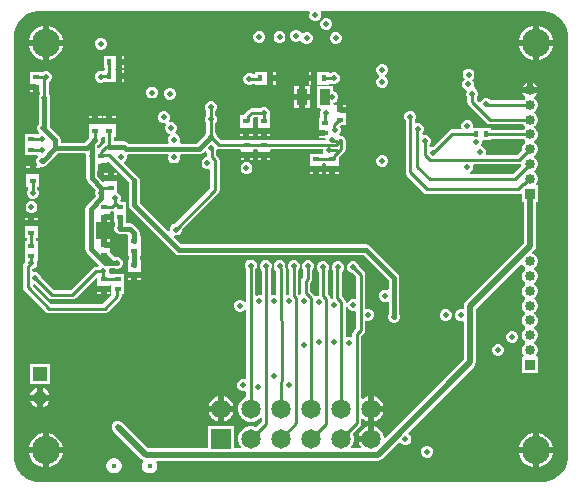
<source format=gbl>
G04*
G04 #@! TF.GenerationSoftware,Altium Limited,Altium Designer,24.6.1 (21)*
G04*
G04 Layer_Physical_Order=6*
G04 Layer_Color=16711680*
%FSLAX25Y25*%
%MOIN*%
G70*
G04*
G04 #@! TF.SameCoordinates,3DD0ABC2-3CA6-46D2-8A5F-DA2E5A85CC7D*
G04*
G04*
G04 #@! TF.FilePolarity,Positive*
G04*
G01*
G75*
%ADD19R,0.01378X0.02165*%
%ADD20R,0.02165X0.01378*%
%ADD55R,0.06500X0.06500*%
%ADD56C,0.06500*%
%ADD60C,0.01000*%
%ADD61C,0.01500*%
%ADD63C,0.02000*%
%ADD65C,0.09449*%
%ADD66R,0.04724X0.04724*%
%ADD67C,0.04724*%
%ADD68C,0.01772*%
%ADD69C,0.03347*%
%ADD70R,0.03347X0.03347*%
%ADD71C,0.01968*%
%ADD72R,0.03347X0.05315*%
G36*
X232835Y224842D02*
X234407Y224191D01*
X235822Y223245D01*
X237025Y222042D01*
X237970Y220627D01*
X238621Y219055D01*
X238953Y217386D01*
Y216535D01*
X238953Y76772D01*
X238953Y75921D01*
X238621Y74252D01*
X237970Y72680D01*
X237025Y71265D01*
X235822Y70062D01*
X234407Y69116D01*
X232835Y68465D01*
X231166Y68133D01*
X62141D01*
X60472Y68465D01*
X58900Y69116D01*
X57486Y70062D01*
X56282Y71265D01*
X55337Y72680D01*
X54686Y74252D01*
X54354Y75921D01*
Y76772D01*
X54354Y216535D01*
Y217386D01*
X54686Y219055D01*
X55337Y220627D01*
X56282Y222042D01*
X57486Y223245D01*
X58900Y224191D01*
X60472Y224842D01*
X62141Y225174D01*
X62992Y225174D01*
X152817D01*
X153070Y224674D01*
X152839Y224115D01*
Y223326D01*
X153141Y222597D01*
X153699Y222038D01*
X154428Y221736D01*
X155218D01*
X155947Y222038D01*
X156505Y222597D01*
X156807Y223326D01*
Y224115D01*
X156576Y224674D01*
X156829Y225174D01*
X231166D01*
X232835Y224842D01*
D02*
G37*
%LPC*%
G36*
X158859Y222850D02*
X158070D01*
X157341Y222548D01*
X156782Y221990D01*
X156480Y221261D01*
Y220472D01*
X156782Y219742D01*
X157341Y219184D01*
X158070Y218882D01*
X158859D01*
X159589Y219184D01*
X160147Y219742D01*
X160449Y220472D01*
Y221261D01*
X160147Y221990D01*
X159589Y222548D01*
X158859Y222850D01*
D02*
G37*
G36*
X229346Y220225D02*
Y215567D01*
X234005D01*
X233681Y216776D01*
X232927Y218082D01*
X231861Y219148D01*
X230556Y219901D01*
X229346Y220225D01*
D02*
G37*
G36*
X227346D02*
X226137Y219901D01*
X224832Y219148D01*
X223766Y218082D01*
X223012Y216776D01*
X222688Y215567D01*
X227346D01*
Y220225D01*
D02*
G37*
G36*
X65961D02*
Y215567D01*
X70619D01*
X70295Y216776D01*
X69541Y218082D01*
X68476Y219148D01*
X67170Y219901D01*
X65961Y220225D01*
D02*
G37*
G36*
X63961D02*
X62751Y219901D01*
X61446Y219148D01*
X60380Y218082D01*
X59626Y216776D01*
X59302Y215567D01*
X63961D01*
Y220225D01*
D02*
G37*
G36*
X143308Y218520D02*
X142519D01*
X141789Y218218D01*
X141231Y217659D01*
X140929Y216930D01*
Y216141D01*
X141231Y215411D01*
X141789Y214853D01*
X142519Y214551D01*
X143308D01*
X144037Y214853D01*
X144596Y215411D01*
X144898Y216141D01*
Y216930D01*
X144596Y217659D01*
X144037Y218218D01*
X143308Y218520D01*
D02*
G37*
G36*
X136615D02*
X135826D01*
X135097Y218218D01*
X134538Y217659D01*
X134236Y216930D01*
Y216141D01*
X134538Y215411D01*
X135097Y214853D01*
X135826Y214551D01*
X136615D01*
X137345Y214853D01*
X137903Y215411D01*
X138205Y216141D01*
Y216930D01*
X137903Y217659D01*
X137345Y218218D01*
X136615Y218520D01*
D02*
G37*
G36*
X162009Y218224D02*
X161220D01*
X160490Y217922D01*
X159932Y217364D01*
X159630Y216635D01*
Y215845D01*
X159932Y215116D01*
X160490Y214558D01*
X161220Y214256D01*
X162009D01*
X162738Y214558D01*
X163296Y215116D01*
X163598Y215845D01*
Y216635D01*
X163296Y217364D01*
X162738Y217922D01*
X162009Y218224D01*
D02*
G37*
G36*
X148820Y218913D02*
X148030D01*
X147301Y218611D01*
X146743Y218053D01*
X146441Y217324D01*
Y216534D01*
X146743Y215805D01*
X147301Y215247D01*
X148030Y214945D01*
X148820D01*
X149549Y215247D01*
X149685Y215383D01*
X150175Y215285D01*
X150286Y215018D01*
X150845Y214460D01*
X151574Y214158D01*
X152363D01*
X153093Y214460D01*
X153651Y215018D01*
X153953Y215747D01*
Y216536D01*
X153651Y217266D01*
X153093Y217824D01*
X152363Y218126D01*
X151574D01*
X150845Y217824D01*
X150709Y217688D01*
X150218Y217786D01*
X150107Y218053D01*
X149549Y218611D01*
X148820Y218913D01*
D02*
G37*
G36*
X83662Y216256D02*
X82873D01*
X82144Y215954D01*
X81586Y215396D01*
X81283Y214666D01*
Y213877D01*
X81586Y213148D01*
X82144Y212590D01*
X82873Y212287D01*
X83662D01*
X84392Y212590D01*
X84950Y213148D01*
X85252Y213877D01*
Y214666D01*
X84950Y215396D01*
X84392Y215954D01*
X83662Y216256D01*
D02*
G37*
G36*
X90488Y210350D02*
Y209268D01*
X91177D01*
Y210350D01*
X90488D01*
D02*
G37*
G36*
X234005Y213567D02*
X229346D01*
Y208909D01*
X230556Y209233D01*
X231861Y209986D01*
X232927Y211052D01*
X233681Y212357D01*
X234005Y213567D01*
D02*
G37*
G36*
X227346D02*
X222688D01*
X223012Y212357D01*
X223766Y211052D01*
X224832Y209986D01*
X226137Y209233D01*
X227346Y208909D01*
Y213567D01*
D02*
G37*
G36*
X70619D02*
X65961D01*
Y208909D01*
X67170Y209233D01*
X68476Y209986D01*
X69541Y211052D01*
X70295Y212357D01*
X70619Y213567D01*
D02*
G37*
G36*
X63961D02*
X59302D01*
X59626Y212357D01*
X60380Y211052D01*
X61446Y209986D01*
X62751Y209233D01*
X63961Y208909D01*
Y213567D01*
D02*
G37*
G36*
X91177Y207268D02*
X90488D01*
Y206185D01*
X91177D01*
Y207268D01*
D02*
G37*
G36*
X87799Y210350D02*
X87299Y210350D01*
X84413D01*
Y206185D01*
X84573D01*
Y205626D01*
X84413D01*
Y205561D01*
X83913Y205227D01*
X83662Y205331D01*
X82873D01*
X82144Y205029D01*
X81586Y204470D01*
X81283Y203741D01*
Y202952D01*
X81586Y202222D01*
X82144Y201664D01*
X82873Y201362D01*
X83662D01*
X83913Y201466D01*
X84413Y201461D01*
X84413Y201461D01*
X84413Y201461D01*
X87299D01*
X87791Y201461D01*
X88291Y201461D01*
X88488D01*
Y203543D01*
Y205626D01*
X88294D01*
X88132Y205906D01*
X88294Y206185D01*
X88488D01*
Y208268D01*
Y210350D01*
X87799D01*
D02*
G37*
G36*
X65355Y205134D02*
X64566D01*
X63987Y204894D01*
X63894Y204957D01*
Y204957D01*
X59728D01*
Y201579D01*
X59728D01*
Y201571D01*
X59728D01*
Y200882D01*
X61811D01*
Y199882D01*
X62811D01*
Y198193D01*
X63032D01*
Y197345D01*
X62880Y197192D01*
X62577Y196463D01*
Y195674D01*
X62778Y195191D01*
Y187631D01*
X62491Y187345D01*
X62189Y186615D01*
Y185826D01*
X62491Y185097D01*
X62678Y184910D01*
X62656Y184359D01*
X62656Y184359D01*
X62319Y184090D01*
X58153D01*
Y180713D01*
X58153D01*
Y180705D01*
X58153D01*
Y177327D01*
X62146D01*
X62496Y176900D01*
X62440Y176664D01*
X62097Y176321D01*
X61795Y175592D01*
Y174802D01*
X62097Y174073D01*
X62210Y173961D01*
X62002Y173461D01*
X61630D01*
Y172772D01*
X62713D01*
Y172950D01*
X63213Y173284D01*
X63385Y173213D01*
X64174D01*
X64903Y173515D01*
X65462Y174073D01*
X65572Y174340D01*
X68945Y177712D01*
X78016D01*
X78350Y177212D01*
X78331Y177166D01*
Y176377D01*
X78531Y175894D01*
Y169418D01*
X78667Y168735D01*
X79053Y168156D01*
X81680Y165529D01*
Y165444D01*
X81480Y164962D01*
Y164172D01*
X81680Y163689D01*
Y163580D01*
X78660Y160559D01*
X78273Y159980D01*
X78137Y159297D01*
Y145916D01*
X78273Y145233D01*
X78660Y144655D01*
X82739Y140575D01*
X82757Y140404D01*
X82371Y139942D01*
X81719D01*
X81134Y139825D01*
X80638Y139494D01*
X73260Y132116D01*
X67685D01*
X63402Y136399D01*
Y136615D01*
X63099Y137345D01*
X62541Y137903D01*
X61812Y138205D01*
X61023D01*
X60909Y138157D01*
X60493Y138435D01*
Y139326D01*
X60521Y139354D01*
X60631D01*
X61360Y139656D01*
X61918Y140215D01*
X62221Y140944D01*
Y141733D01*
X62217Y141741D01*
X62319Y141894D01*
X62319D01*
Y144780D01*
X62319Y145272D01*
X62319Y145772D01*
Y148658D01*
X61766D01*
Y149374D01*
X62319D01*
Y152260D01*
X62319Y152752D01*
X62319Y153252D01*
Y153449D01*
X60236D01*
X58153D01*
Y153252D01*
X58153Y152760D01*
X58153Y152260D01*
Y149374D01*
X58707D01*
Y148658D01*
X58153D01*
Y145772D01*
X58153Y145280D01*
X58153Y144780D01*
Y141894D01*
X58153D01*
X58233Y141427D01*
X58234Y141394D01*
X57882Y141041D01*
X57551Y140545D01*
X57434Y139960D01*
Y137402D01*
X57404Y137250D01*
Y133193D01*
X57520Y132608D01*
X57852Y132112D01*
X65060Y124903D01*
X65557Y124571D01*
X66142Y124455D01*
X84646D01*
X85231Y124571D01*
X85727Y124903D01*
X89806Y128982D01*
X90138Y129478D01*
X90254Y130063D01*
Y130870D01*
X91059D01*
Y134248D01*
X91059D01*
Y134256D01*
X91059D01*
Y137634D01*
X86894D01*
Y137634D01*
X86408Y137612D01*
X86167Y138089D01*
X86188Y138140D01*
Y138929D01*
X86142Y139040D01*
X86420Y139456D01*
X87170D01*
X87621Y139546D01*
X87686D01*
X88385Y139256D01*
X89174D01*
X89903Y139558D01*
X90462Y140116D01*
X90764Y140846D01*
Y141635D01*
X90462Y142364D01*
X89903Y142922D01*
X89174Y143224D01*
X88385D01*
X88118Y143114D01*
X87909D01*
X86335Y144689D01*
Y145173D01*
X86335Y145665D01*
X86335D01*
Y145673D01*
X86335D01*
Y146362D01*
X84252D01*
Y147362D01*
X83252D01*
Y149051D01*
X82169D01*
Y149051D01*
X81705Y149139D01*
Y154798D01*
X82169Y154886D01*
X82206Y154886D01*
X83252D01*
Y156575D01*
X84252D01*
Y157575D01*
X86335D01*
Y157772D01*
X86335Y158264D01*
X86765Y158431D01*
X87125D01*
X87262Y158458D01*
X87681Y158032D01*
Y154886D01*
X87980D01*
Y153633D01*
X87779Y153151D01*
Y152361D01*
X88082Y151632D01*
X88640Y151074D01*
X89369Y150772D01*
X90158D01*
X90425Y150882D01*
X92103D01*
X92259Y150672D01*
X92405Y150232D01*
X92405D01*
Y147346D01*
X92405Y146854D01*
X92405D01*
Y146846D01*
X92405D01*
Y143468D01*
X92704D01*
Y142358D01*
X92405D01*
Y139472D01*
X92405Y138980D01*
X92405D01*
Y138972D01*
X92405D01*
Y138284D01*
X96571D01*
Y138972D01*
X96571Y138972D01*
Y138980D01*
X96571D01*
X96571Y139472D01*
Y142358D01*
X96272D01*
Y143468D01*
X96571D01*
Y146354D01*
X96571Y146846D01*
X96571D01*
Y146854D01*
X96571D01*
Y150232D01*
X96272D01*
Y151348D01*
X96137Y152031D01*
X95750Y152610D01*
X94432Y153928D01*
X93853Y154315D01*
X93170Y154451D01*
X92003D01*
X91847Y154886D01*
X91847D01*
Y157772D01*
X91847Y158264D01*
X91847D01*
Y158272D01*
X91847D01*
Y161650D01*
X90213D01*
X89879Y162150D01*
X89988Y162412D01*
Y163201D01*
X89686Y163931D01*
X89128Y164489D01*
X88697Y164667D01*
Y167339D01*
X88697Y167831D01*
X88697Y168331D01*
Y168527D01*
X84531D01*
Y168432D01*
X84031Y168225D01*
X82099Y170157D01*
Y171815D01*
X82465D01*
Y173504D01*
X83465D01*
Y174504D01*
X85547D01*
Y174795D01*
X86047Y175003D01*
X92704Y168346D01*
Y160630D01*
X92840Y159947D01*
X93226Y159368D01*
X108187Y144408D01*
X108187Y144408D01*
X108766Y144021D01*
X109449Y143885D01*
X109449Y143885D01*
X170914D01*
X179318Y135481D01*
Y132409D01*
X178818Y132104D01*
X178348Y132299D01*
X177558D01*
X176829Y131997D01*
X176271Y131439D01*
X175969Y130710D01*
Y129920D01*
X176271Y129191D01*
X176829Y128633D01*
X177558Y128331D01*
X178348D01*
X178818Y128526D01*
X179318Y128221D01*
Y124106D01*
X179118Y123623D01*
Y122834D01*
X179420Y122104D01*
X179978Y121546D01*
X180708Y121244D01*
X181497D01*
X182226Y121546D01*
X182784Y122104D01*
X183087Y122834D01*
Y123623D01*
X182887Y124106D01*
Y136220D01*
X182887Y136221D01*
X182751Y136903D01*
X182364Y137482D01*
X172915Y146931D01*
X172336Y147318D01*
X171653Y147454D01*
X110188D01*
X107726Y149916D01*
X107785Y150102D01*
X107971Y150378D01*
X108662D01*
X109392Y150680D01*
X109950Y151238D01*
X110252Y151968D01*
Y152184D01*
X122463Y164395D01*
X122795Y164891D01*
X122911Y165476D01*
Y175438D01*
X122795Y176024D01*
X122463Y176520D01*
X121857Y177127D01*
Y178419D01*
X122126Y179069D01*
X122626Y179103D01*
X122736Y179081D01*
X129459D01*
X129905Y178953D01*
X129905Y178461D01*
Y178264D01*
X131988D01*
X134071D01*
Y178461D01*
X134071Y178953D01*
X134506Y179110D01*
X135286D01*
X135713Y178933D01*
X135713Y178441D01*
Y178244D01*
X137795D01*
X139878D01*
Y178441D01*
X139878Y178933D01*
X140309Y179101D01*
X157476D01*
Y178357D01*
X157533Y178221D01*
X157273Y177660D01*
X157102Y177594D01*
X157102Y177594D01*
X157102Y177594D01*
X152937D01*
Y174709D01*
X152937Y174216D01*
X152937Y173716D01*
Y173520D01*
X155020D01*
X157102D01*
Y173716D01*
X157102Y174209D01*
X157533Y174376D01*
X158018D01*
X158449Y174209D01*
X158449Y173716D01*
Y173520D01*
X160531D01*
X162614D01*
Y173716D01*
X162614Y174209D01*
X162614Y174709D01*
Y175947D01*
X162644Y176094D01*
Y176229D01*
X164467Y178052D01*
X164799Y178549D01*
X164915Y179134D01*
Y182087D01*
X164799Y182672D01*
X164467Y183168D01*
X163971Y183500D01*
X163386Y183616D01*
X163124D01*
X163111Y183614D01*
X162865Y184074D01*
X163100Y184309D01*
X163402Y185038D01*
Y185828D01*
X163100Y186557D01*
X163312Y187051D01*
X165075D01*
Y189937D01*
X165075Y190429D01*
X165075Y190929D01*
Y191126D01*
X162992D01*
Y192126D01*
X161992D01*
Y193815D01*
X161329D01*
X160900Y194311D01*
X160903Y194472D01*
X161632Y194774D01*
X162190Y195333D01*
X162492Y196062D01*
Y196851D01*
X162190Y197581D01*
X161632Y198139D01*
X160903Y198441D01*
X160862D01*
Y200114D01*
X155516D01*
Y192799D01*
X156466D01*
X156657Y192337D01*
X156586Y192266D01*
X156283Y191536D01*
Y190747D01*
X156510Y190201D01*
X156275Y189751D01*
X156217Y189701D01*
X156087D01*
Y186323D01*
X156087D01*
Y186315D01*
X156087D01*
Y185626D01*
X158169D01*
Y183626D01*
X156087D01*
Y182937D01*
X158074D01*
X158379Y182485D01*
X158250Y182159D01*
X139878D01*
Y182319D01*
X135713D01*
Y182169D01*
X134071D01*
Y182339D01*
X129905D01*
Y182140D01*
X123370D01*
X122063Y183446D01*
Y183662D01*
X121761Y184392D01*
X121559Y184594D01*
Y187847D01*
X121662Y187951D01*
X121965Y188680D01*
Y189470D01*
X121662Y190199D01*
X121559Y190302D01*
Y191784D01*
X121761Y191986D01*
X122063Y192716D01*
Y193505D01*
X121761Y194234D01*
X121203Y194792D01*
X120473Y195095D01*
X119684D01*
X118955Y194792D01*
X118397Y194234D01*
X118095Y193505D01*
Y192716D01*
X118397Y191986D01*
X118500Y191883D01*
Y190401D01*
X118298Y190199D01*
X117996Y189470D01*
Y188680D01*
X118298Y187951D01*
X118500Y187749D01*
Y184495D01*
X118397Y184392D01*
X118197Y183909D01*
X115296Y181008D01*
X110035D01*
X109701Y181508D01*
X109858Y181889D01*
Y182678D01*
X109556Y183407D01*
X108998Y183966D01*
X108269Y184268D01*
X108253D01*
X108046Y184768D01*
X108375Y185097D01*
X108677Y185826D01*
Y186615D01*
X108375Y187345D01*
X107817Y187903D01*
X107088Y188205D01*
X106298D01*
X106275Y188195D01*
X105992Y188619D01*
X106013Y188640D01*
X106315Y189369D01*
Y190158D01*
X106013Y190888D01*
X105455Y191446D01*
X104725Y191748D01*
X103936D01*
X103207Y191446D01*
X102649Y190888D01*
X102347Y190158D01*
Y189369D01*
X102649Y188640D01*
X103207Y188082D01*
X103936Y187779D01*
X104725D01*
X104748Y187789D01*
X105031Y187365D01*
X105011Y187345D01*
X104709Y186615D01*
Y185826D01*
X105011Y185097D01*
X105569Y184538D01*
X106298Y184236D01*
X106314D01*
X106521Y183736D01*
X106192Y183407D01*
X105890Y182678D01*
Y181889D01*
X106048Y181508D01*
X105713Y181008D01*
X92444D01*
X92269Y181183D01*
X91690Y181570D01*
X91007Y181705D01*
X87750D01*
Y183350D01*
X88303D01*
Y186236D01*
X88303Y186728D01*
X88303Y187228D01*
Y187425D01*
X86221D01*
X84138D01*
Y187228D01*
X84138Y186736D01*
X84138Y186236D01*
Y183350D01*
X84691D01*
Y181198D01*
X84653Y181160D01*
X84597Y181149D01*
X84101Y180817D01*
X82599Y179315D01*
X82099Y179522D01*
Y180363D01*
X82137Y180401D01*
X82620Y180601D01*
X83178Y181159D01*
X83480Y181889D01*
Y182678D01*
X83346Y183002D01*
X83579Y183350D01*
X83579D01*
Y186236D01*
X83579Y186728D01*
X83579Y187228D01*
Y187425D01*
X79413D01*
Y187228D01*
X79413Y186736D01*
X79413Y186236D01*
Y183350D01*
X79413D01*
X79530Y182898D01*
X79540Y182850D01*
X79094Y182405D01*
X79045Y182372D01*
X77953Y181281D01*
X69990D01*
Y182118D01*
X69990Y182118D01*
X69854Y182801D01*
X69467Y183380D01*
X66307Y186540D01*
X66346Y186736D01*
Y195191D01*
X66546Y195674D01*
Y196463D01*
X66244Y197192D01*
X66091Y197345D01*
Y201474D01*
X66643Y202026D01*
X66945Y202755D01*
Y203544D01*
X66643Y204274D01*
X66085Y204832D01*
X65355Y205134D01*
D02*
G37*
G36*
X90488Y205626D02*
Y204543D01*
X91177D01*
Y205626D01*
X90488D01*
D02*
G37*
G36*
X138193Y204839D02*
X137693Y204839D01*
X134807D01*
Y204088D01*
X134151D01*
X133998Y204241D01*
X133269Y204543D01*
X132479D01*
X131750Y204241D01*
X131192Y203683D01*
X130890Y202954D01*
Y202164D01*
X131192Y201435D01*
X131750Y200877D01*
X132479Y200575D01*
X133269D01*
X133998Y200877D01*
X134151Y201030D01*
X134807D01*
Y200673D01*
X137693D01*
X138185Y200673D01*
X138685Y200673D01*
X138882D01*
Y202756D01*
Y204839D01*
X138193D01*
D02*
G37*
G36*
X140882Y204839D02*
Y203756D01*
X141571D01*
Y204839D01*
X140882D01*
D02*
G37*
G36*
X153331D02*
X152642D01*
Y203756D01*
X153331D01*
Y204839D01*
D02*
G37*
G36*
X91177Y202543D02*
X90488D01*
Y201461D01*
X91177D01*
Y202543D01*
D02*
G37*
G36*
X156028Y204839D02*
X155527Y204839D01*
X155331D01*
Y202756D01*
Y200673D01*
X155527D01*
X156020Y200673D01*
X156520Y200673D01*
X159406D01*
Y200861D01*
X159900Y201074D01*
X160629Y200772D01*
X161418D01*
X162148Y201074D01*
X162706Y201632D01*
X163008Y202361D01*
Y203151D01*
X162706Y203880D01*
X162148Y204438D01*
X161418Y204740D01*
X160629D01*
X159900Y204438D01*
X159406Y204651D01*
Y204839D01*
X156028Y204839D01*
D02*
G37*
G36*
X141571Y201756D02*
X140882D01*
Y200673D01*
X141571D01*
Y201756D01*
D02*
G37*
G36*
X153331D02*
X152642D01*
Y200673D01*
X153331D01*
Y201756D01*
D02*
G37*
G36*
X227378Y201319D02*
Y199819D01*
X228877D01*
X228869Y199851D01*
X228517Y200460D01*
X228019Y200958D01*
X227410Y201310D01*
X227378Y201319D01*
D02*
G37*
G36*
X225378D02*
X225346Y201310D01*
X224736Y200958D01*
X224239Y200460D01*
X223887Y199851D01*
X223878Y199819D01*
X225378D01*
Y201319D01*
D02*
G37*
G36*
X177560Y207496D02*
X176771D01*
X176041Y207194D01*
X175483Y206636D01*
X175181Y205907D01*
Y205117D01*
X175483Y204388D01*
X176041Y203830D01*
X176129Y203793D01*
Y203293D01*
X176041Y203257D01*
X175483Y202699D01*
X175181Y201970D01*
Y201180D01*
X175483Y200451D01*
X176041Y199893D01*
X176771Y199591D01*
X177560D01*
X178289Y199893D01*
X178848Y200451D01*
X179150Y201180D01*
Y201970D01*
X178848Y202699D01*
X178289Y203257D01*
X178202Y203293D01*
Y203793D01*
X178289Y203830D01*
X178848Y204388D01*
X179150Y205117D01*
Y205907D01*
X178848Y206636D01*
X178289Y207194D01*
X177560Y207496D01*
D02*
G37*
G36*
X60811Y198882D02*
X59728D01*
Y198193D01*
X60811D01*
Y198882D01*
D02*
G37*
G36*
X153146Y200114D02*
X151472D01*
Y197457D01*
X153146D01*
Y200114D01*
D02*
G37*
G36*
X149472D02*
X147799D01*
Y197457D01*
X149472D01*
Y200114D01*
D02*
G37*
G36*
X100788Y200016D02*
X99999D01*
X99270Y199714D01*
X98712Y199155D01*
X98409Y198426D01*
Y197637D01*
X98712Y196907D01*
X99270Y196349D01*
X99999Y196047D01*
X100788D01*
X101518Y196349D01*
X102076Y196907D01*
X102378Y197637D01*
Y198426D01*
X102076Y199155D01*
X101518Y199714D01*
X100788Y200016D01*
D02*
G37*
G36*
X106694Y199622D02*
X105904D01*
X105175Y199320D01*
X104617Y198762D01*
X104315Y198032D01*
Y197243D01*
X104617Y196514D01*
X105175Y195956D01*
X105904Y195653D01*
X106694D01*
X107423Y195956D01*
X107981Y196514D01*
X108283Y197243D01*
Y198032D01*
X107981Y198762D01*
X107423Y199320D01*
X106694Y199622D01*
D02*
G37*
G36*
X163992Y193815D02*
Y193126D01*
X165075D01*
Y193815D01*
X163992D01*
D02*
G37*
G36*
X153146Y195457D02*
X151472D01*
Y192799D01*
X153146D01*
Y195457D01*
D02*
G37*
G36*
X149472D02*
X147799D01*
Y192799D01*
X149472D01*
Y195457D01*
D02*
G37*
G36*
X88303Y190114D02*
X87221D01*
Y189425D01*
X88303D01*
Y190114D01*
D02*
G37*
G36*
X85220D02*
X84138D01*
Y189425D01*
X85220D01*
Y190114D01*
D02*
G37*
G36*
X83579D02*
X82496D01*
Y189425D01*
X83579D01*
Y190114D01*
D02*
G37*
G36*
X80496D02*
X79413D01*
Y189425D01*
X80496D01*
Y190114D01*
D02*
G37*
G36*
X138092Y193224D02*
X137302D01*
X136573Y192922D01*
X136420Y192770D01*
X133662D01*
X133077Y192653D01*
X132581Y192322D01*
X131391Y191132D01*
X131060Y190636D01*
X131010Y190390D01*
X129807D01*
Y187504D01*
X129807Y187012D01*
X129807Y186512D01*
Y186315D01*
X131890D01*
X133972D01*
Y186512D01*
X133972Y187004D01*
X133972Y187504D01*
Y188742D01*
X134002Y188890D01*
Y189417D01*
X134296Y189711D01*
X135713D01*
X135713Y187012D01*
X135713Y186512D01*
Y186315D01*
X137795D01*
X139878D01*
Y186512D01*
X139878Y187004D01*
X139878Y187504D01*
Y190390D01*
X139878D01*
X139640Y190746D01*
X139681Y190846D01*
Y191635D01*
X139379Y192364D01*
X138821Y192922D01*
X138092Y193224D01*
D02*
G37*
G36*
X206300Y205921D02*
X205511D01*
X204782Y205619D01*
X204223Y205061D01*
X203921Y204332D01*
Y203542D01*
X204223Y202813D01*
X204659Y202377D01*
X204194Y201911D01*
X203892Y201182D01*
Y200393D01*
X204194Y199663D01*
X204752Y199105D01*
X204994Y199005D01*
X205239Y198362D01*
X205102Y198032D01*
Y197243D01*
X205404Y196514D01*
X205557Y196361D01*
Y194882D01*
X205674Y194297D01*
X206005Y193800D01*
X211911Y187895D01*
X212407Y187563D01*
X212992Y187447D01*
X224174D01*
X224239Y187335D01*
X224736Y186837D01*
X224860Y186766D01*
Y186266D01*
X224736Y186194D01*
X224239Y185696D01*
X224174Y185584D01*
X213500D01*
Y186335D01*
X210122D01*
X210122Y186335D01*
X210114D01*
Y186335D01*
X209622Y186335D01*
X207501D01*
X207496Y186342D01*
Y187131D01*
X207194Y187860D01*
X206636Y188418D01*
X205907Y188721D01*
X205117D01*
X204388Y188418D01*
X203830Y187860D01*
X203528Y187131D01*
Y186342D01*
X203587Y186197D01*
X203310Y185781D01*
X200394D01*
X199808Y185665D01*
X199312Y185333D01*
X193916Y179937D01*
X193700D01*
X193368Y179800D01*
X192868Y180134D01*
Y180613D01*
X193021Y180766D01*
X193323Y181495D01*
Y182284D01*
X193021Y183014D01*
X192463Y183572D01*
X191733Y183874D01*
X190944D01*
X190521Y184189D01*
X190496Y184541D01*
X190658Y184703D01*
X190961Y185432D01*
Y186222D01*
X190658Y186951D01*
X190100Y187509D01*
X189371Y187811D01*
X188582D01*
X188437Y187751D01*
X188022Y188029D01*
Y188660D01*
X188198Y188837D01*
X188500Y189566D01*
Y190355D01*
X188198Y191085D01*
X187640Y191643D01*
X186910Y191945D01*
X186121D01*
X185392Y191643D01*
X184834Y191085D01*
X184531Y190355D01*
Y189566D01*
X184834Y188837D01*
X184963Y188707D01*
Y171382D01*
X185079Y170797D01*
X185411Y170300D01*
X191045Y164667D01*
X191541Y164335D01*
X192126Y164219D01*
X222288D01*
X222873Y164335D01*
X223205Y164556D01*
X223705Y164337D01*
Y161697D01*
X224339D01*
Y147772D01*
X204889Y128322D01*
X204447Y127660D01*
X204292Y126880D01*
Y126005D01*
X203876Y125728D01*
X203741Y125783D01*
X202952D01*
X202222Y125481D01*
X201664Y124923D01*
X201362Y124194D01*
Y123405D01*
X201664Y122675D01*
X202222Y122117D01*
X202952Y121815D01*
X203741D01*
X203876Y121871D01*
X204292Y121593D01*
Y108923D01*
X178138Y82770D01*
X177676Y82961D01*
Y83158D01*
X177387Y84239D01*
X176827Y85208D01*
X176036Y85999D01*
X175067Y86559D01*
X174426Y86730D01*
Y82598D01*
X173426D01*
Y81598D01*
X169294D01*
X169466Y80958D01*
X170025Y79989D01*
X170165Y79849D01*
X169973Y79388D01*
X166879D01*
X166688Y79849D01*
X166827Y79989D01*
X167387Y80958D01*
X167676Y82039D01*
Y83158D01*
X167387Y84239D01*
X167329Y84338D01*
X169758Y86767D01*
X170089Y87263D01*
X170206Y87848D01*
Y89156D01*
X170668Y89348D01*
X170817Y89199D01*
X171786Y88639D01*
X172426Y88468D01*
Y92599D01*
Y96731D01*
X171786Y96560D01*
X170817Y96000D01*
X170668Y95851D01*
X170206Y96043D01*
Y116925D01*
X171011Y117730D01*
X171342Y118226D01*
X171458Y118812D01*
Y121825D01*
X171874Y122103D01*
X172046Y122031D01*
X172836D01*
X173565Y122334D01*
X174123Y122892D01*
X174425Y123621D01*
Y124410D01*
X174123Y125140D01*
X173565Y125698D01*
X172836Y126000D01*
X172046D01*
X171874Y125929D01*
X171458Y126207D01*
Y137311D01*
X171342Y137896D01*
X171011Y138392D01*
X169429Y139974D01*
Y140190D01*
X169127Y140919D01*
X168569Y141477D01*
X167840Y141779D01*
X167050D01*
X166321Y141477D01*
X165763Y140919D01*
X165461Y140190D01*
Y139401D01*
X165763Y138671D01*
X166321Y138113D01*
X167050Y137811D01*
X167266D01*
X168400Y136678D01*
Y129368D01*
X167984Y129090D01*
X167840Y129150D01*
X167050D01*
X166321Y128848D01*
X165763Y128289D01*
X165461Y127560D01*
Y126771D01*
X165763Y126041D01*
X166321Y125483D01*
X167050Y125181D01*
X167840D01*
X167984Y125241D01*
X168400Y124963D01*
Y119445D01*
X167595Y118640D01*
X167263Y118144D01*
X167147Y117559D01*
Y116785D01*
X166647Y116451D01*
X166305Y116592D01*
X165516D01*
X165371Y116532D01*
X164956Y116810D01*
Y128189D01*
X164839Y128774D01*
X164508Y129270D01*
X163734Y130044D01*
Y138365D01*
X164009Y138640D01*
X164311Y139369D01*
Y140158D01*
X164009Y140888D01*
X163451Y141446D01*
X162722Y141748D01*
X161932D01*
X161203Y141446D01*
X160645Y140888D01*
X160343Y140158D01*
Y139369D01*
X160645Y138640D01*
X160675Y138609D01*
Y129520D01*
X160417Y129330D01*
X160402Y129325D01*
X159919Y129632D01*
X159865Y129903D01*
X159533Y130400D01*
X159010Y130923D01*
Y138609D01*
X159040Y138640D01*
X159343Y139369D01*
Y140158D01*
X159040Y140888D01*
X158482Y141446D01*
X157753Y141748D01*
X156964D01*
X156234Y141446D01*
X155676Y140888D01*
X155374Y140158D01*
Y139369D01*
X155676Y138640D01*
X155951Y138365D01*
Y130331D01*
X155516D01*
X154873Y130065D01*
X154839Y130083D01*
X154508Y130579D01*
X153104Y131982D01*
Y134595D01*
X153444Y134934D01*
X153775Y135431D01*
X153892Y136016D01*
Y138881D01*
X154044Y139033D01*
X154347Y139763D01*
Y140552D01*
X154044Y141281D01*
X153486Y141840D01*
X152757Y142142D01*
X151968D01*
X151238Y141840D01*
X150680Y141281D01*
X150378Y140552D01*
Y139763D01*
X150680Y139033D01*
X150833Y138881D01*
Y136649D01*
X150493Y136310D01*
X150162Y135814D01*
X150045Y135229D01*
Y131349D01*
X150106Y131044D01*
X149797Y130531D01*
X149744Y130497D01*
X149591Y130473D01*
X149545Y130538D01*
X149539Y130546D01*
X149167Y130918D01*
Y138881D01*
X149320Y139033D01*
X149622Y139763D01*
Y140552D01*
X149320Y141281D01*
X148762Y141840D01*
X148032Y142142D01*
X147243D01*
X146514Y141840D01*
X145956Y141281D01*
X145653Y140552D01*
Y139763D01*
X145956Y139033D01*
X146108Y138881D01*
Y130453D01*
X145546D01*
X145374Y130382D01*
X144958Y130659D01*
Y139380D01*
X144887Y139738D01*
X144898Y139763D01*
Y140552D01*
X144596Y141281D01*
X144037Y141840D01*
X143308Y142142D01*
X142519D01*
X141789Y141840D01*
X141231Y141281D01*
X140929Y140552D01*
Y139763D01*
X141231Y139033D01*
X141789Y138475D01*
X141900Y138430D01*
Y130671D01*
X141484Y130393D01*
X141340Y130453D01*
X140550D01*
X140406Y130393D01*
X139990Y130671D01*
Y139104D01*
X140263Y139763D01*
Y140552D01*
X139961Y141281D01*
X139403Y141840D01*
X138673Y142142D01*
X137884D01*
X137155Y141840D01*
X136597Y141281D01*
X136294Y140552D01*
Y139763D01*
X136597Y139033D01*
X136931Y138699D01*
Y130671D01*
X136515Y130393D01*
X136371Y130453D01*
X135582D01*
X135288Y130331D01*
X134872Y130609D01*
Y139125D01*
X134992Y139245D01*
X135294Y139974D01*
Y140764D01*
X134992Y141493D01*
X134434Y142051D01*
X133705Y142353D01*
X132915D01*
X132186Y142051D01*
X131628Y141493D01*
X131326Y140764D01*
Y139974D01*
X131628Y139245D01*
X131813Y139060D01*
Y128369D01*
X131313Y128216D01*
X130863Y128666D01*
X130134Y128968D01*
X129345D01*
X128615Y128666D01*
X128057Y128108D01*
X127755Y127378D01*
Y126589D01*
X128057Y125859D01*
X128615Y125301D01*
X129345Y124999D01*
X130134D01*
X130863Y125301D01*
X131313Y125751D01*
X131813Y125598D01*
Y102596D01*
X131397Y102318D01*
X131253Y102378D01*
X130464D01*
X129734Y102076D01*
X129176Y101518D01*
X128874Y100788D01*
Y99999D01*
X129176Y99270D01*
X129734Y98712D01*
X130464Y98409D01*
X131253D01*
X131397Y98469D01*
X131813Y98191D01*
Y96567D01*
X131785Y96560D01*
X130816Y96000D01*
X130024Y95209D01*
X129465Y94240D01*
X129175Y93159D01*
Y92040D01*
X129465Y90959D01*
X130024Y89990D01*
X130816Y89199D01*
X131785Y88639D01*
X132866Y88349D01*
X133985D01*
X135066Y88639D01*
X136035Y89199D01*
X136427Y89591D01*
X136927Y89384D01*
Y88263D01*
X135165Y86501D01*
X135066Y86559D01*
X133985Y86848D01*
X132866D01*
X131785Y86559D01*
X130816Y85999D01*
X130024Y85208D01*
X129465Y84239D01*
X129175Y83158D01*
Y82039D01*
X129465Y80958D01*
X130024Y79989D01*
X130164Y79849D01*
X129972Y79388D01*
X127675D01*
Y86848D01*
X119175D01*
Y79388D01*
X99087D01*
X90418Y88056D01*
X90184Y88213D01*
X90100Y88296D01*
X89991Y88342D01*
X89757Y88498D01*
X89481Y88553D01*
X89371Y88598D01*
X89253D01*
X88976Y88653D01*
X88700Y88598D01*
X88582D01*
X88472Y88553D01*
X88196Y88498D01*
X87962Y88342D01*
X87852Y88296D01*
X87769Y88213D01*
X87534Y88056D01*
X87378Y87822D01*
X87294Y87738D01*
X87249Y87629D01*
X87092Y87394D01*
X87037Y87118D01*
X86992Y87009D01*
Y86890D01*
X86937Y86614D01*
X86992Y86338D01*
Y86220D01*
X87037Y86110D01*
X87092Y85834D01*
X87249Y85600D01*
X87294Y85490D01*
X87378Y85406D01*
X87534Y85172D01*
X96800Y75906D01*
X96800Y75906D01*
X97258Y75600D01*
X97452Y75337D01*
X97425Y74962D01*
X97222Y74610D01*
X97047Y73959D01*
Y73285D01*
X97222Y72634D01*
X97559Y72051D01*
X98035Y71574D01*
X98619Y71237D01*
X99269Y71063D01*
X99943D01*
X100594Y71237D01*
X101178Y71574D01*
X101654Y72051D01*
X101991Y72634D01*
X102165Y73285D01*
Y73959D01*
X101991Y74610D01*
X101876Y74809D01*
X102164Y75309D01*
X175601D01*
X176381Y75464D01*
X177043Y75906D01*
X182669Y81533D01*
X183160Y81436D01*
X183216Y81301D01*
X183774Y80743D01*
X184503Y80441D01*
X185292D01*
X186022Y80743D01*
X186580Y81301D01*
X186882Y82030D01*
Y82820D01*
X186580Y83549D01*
X186022Y84107D01*
X185887Y84163D01*
X185790Y84653D01*
X207773Y106636D01*
X208215Y107298D01*
X208370Y108078D01*
Y126035D01*
X223353Y141019D01*
X223836Y140889D01*
X223887Y140700D01*
X224239Y140091D01*
X224736Y139593D01*
X224860Y139522D01*
Y139022D01*
X224736Y138950D01*
X224239Y138452D01*
X223887Y137843D01*
X223705Y137163D01*
Y136459D01*
X223887Y135779D01*
X224239Y135170D01*
X224736Y134672D01*
X224860Y134600D01*
Y134100D01*
X224736Y134029D01*
X224239Y133531D01*
X223887Y132922D01*
X223705Y132242D01*
Y131538D01*
X223887Y130858D01*
X224239Y130248D01*
X224736Y129751D01*
X224860Y129679D01*
Y129179D01*
X224736Y129108D01*
X224239Y128610D01*
X223887Y128000D01*
X223705Y127320D01*
Y126617D01*
X223887Y125937D01*
X224239Y125327D01*
X224736Y124829D01*
X224860Y124758D01*
Y124258D01*
X224736Y124186D01*
X224239Y123689D01*
X223887Y123079D01*
X223705Y122399D01*
Y121695D01*
X223887Y121015D01*
X224239Y120406D01*
X224736Y119908D01*
X224860Y119837D01*
Y119337D01*
X224736Y119265D01*
X224239Y118767D01*
X223887Y118158D01*
X223705Y117478D01*
Y116774D01*
X223887Y116094D01*
X224239Y115485D01*
X224736Y114987D01*
X224860Y114915D01*
Y114415D01*
X224736Y114344D01*
X224239Y113846D01*
X223887Y113237D01*
X223705Y112557D01*
Y111853D01*
X223887Y111173D01*
X224239Y110563D01*
X224345Y110457D01*
X224138Y109957D01*
X223705D01*
Y104610D01*
X229051D01*
Y109957D01*
X228618D01*
X228410Y110457D01*
X228517Y110563D01*
X228869Y111173D01*
X229051Y111853D01*
Y112557D01*
X228869Y113237D01*
X228517Y113846D01*
X228019Y114344D01*
X227895Y114415D01*
Y114915D01*
X228019Y114987D01*
X228517Y115485D01*
X228869Y116094D01*
X229051Y116774D01*
Y117478D01*
X228869Y118158D01*
X228517Y118767D01*
X228019Y119265D01*
X227895Y119337D01*
Y119837D01*
X228019Y119908D01*
X228517Y120406D01*
X228869Y121015D01*
X229051Y121695D01*
Y122399D01*
X228869Y123079D01*
X228517Y123689D01*
X228019Y124186D01*
X227895Y124258D01*
Y124758D01*
X228019Y124829D01*
X228517Y125327D01*
X228869Y125937D01*
X229051Y126617D01*
Y127320D01*
X228869Y128000D01*
X228517Y128610D01*
X228019Y129108D01*
X227895Y129179D01*
Y129679D01*
X228019Y129751D01*
X228517Y130248D01*
X228869Y130858D01*
X229051Y131538D01*
Y132242D01*
X228869Y132922D01*
X228517Y133531D01*
X228019Y134029D01*
X227895Y134100D01*
Y134600D01*
X228019Y134672D01*
X228517Y135170D01*
X228869Y135779D01*
X229051Y136459D01*
Y137163D01*
X228869Y137843D01*
X228517Y138452D01*
X228019Y138950D01*
X227895Y139022D01*
Y139522D01*
X228019Y139593D01*
X228517Y140091D01*
X228869Y140700D01*
X229051Y141380D01*
Y142084D01*
X228869Y142764D01*
X228517Y143374D01*
X228019Y143871D01*
X227410Y144223D01*
X227221Y144274D01*
X227092Y144757D01*
X227820Y145485D01*
X228262Y146147D01*
X228417Y146927D01*
Y161697D01*
X229051D01*
Y167043D01*
X228618D01*
X228410Y167543D01*
X228517Y167650D01*
X228869Y168260D01*
X229051Y168939D01*
Y169643D01*
X228869Y170323D01*
X228517Y170933D01*
X228019Y171431D01*
X227895Y171502D01*
Y172002D01*
X228019Y172073D01*
X228517Y172571D01*
X228869Y173181D01*
X229051Y173861D01*
Y174565D01*
X228869Y175244D01*
X228517Y175854D01*
X228019Y176352D01*
X227895Y176423D01*
Y176923D01*
X228019Y176995D01*
X228517Y177492D01*
X228869Y178102D01*
X229051Y178782D01*
Y179486D01*
X228869Y180166D01*
X228517Y180775D01*
X228019Y181273D01*
X227895Y181344D01*
Y181844D01*
X228019Y181916D01*
X228517Y182414D01*
X228869Y183023D01*
X229051Y183703D01*
Y184407D01*
X228869Y185087D01*
X228517Y185696D01*
X228019Y186194D01*
X227895Y186266D01*
Y186766D01*
X228019Y186837D01*
X228517Y187335D01*
X228869Y187945D01*
X229051Y188624D01*
Y189328D01*
X228869Y190008D01*
X228517Y190618D01*
X228019Y191115D01*
X227895Y191187D01*
Y191687D01*
X228019Y191759D01*
X228517Y192256D01*
X228869Y192866D01*
X229051Y193546D01*
Y194250D01*
X228869Y194930D01*
X228517Y195539D01*
X228019Y196037D01*
X227895Y196108D01*
Y196608D01*
X228019Y196680D01*
X228517Y197178D01*
X228869Y197787D01*
X228877Y197819D01*
X226378D01*
X223878D01*
X223887Y197787D01*
X224239Y197178D01*
X224736Y196680D01*
X224860Y196608D01*
Y196108D01*
X224736Y196037D01*
X224239Y195539D01*
X224231Y195526D01*
X213186D01*
X212935Y195777D01*
X212206Y196079D01*
X211416D01*
X210687Y195777D01*
X210129Y195219D01*
X209980Y194859D01*
X209390Y194741D01*
X208616Y195515D01*
Y196361D01*
X208769Y196514D01*
X209071Y197243D01*
Y198032D01*
X208769Y198762D01*
X208211Y199320D01*
X207968Y199420D01*
X207724Y200063D01*
X207860Y200393D01*
Y201182D01*
X207558Y201911D01*
X207122Y202347D01*
X207588Y202813D01*
X207890Y203542D01*
Y204332D01*
X207588Y205061D01*
X207030Y205619D01*
X206300Y205921D01*
D02*
G37*
G36*
X139878Y184315D02*
X138795D01*
Y183626D01*
X139878D01*
Y184315D01*
D02*
G37*
G36*
X136795D02*
X135713D01*
Y183626D01*
X136795D01*
Y184315D01*
D02*
G37*
G36*
X133972D02*
X132890D01*
Y183626D01*
X133972D01*
Y184315D01*
D02*
G37*
G36*
X130890D02*
X129807D01*
Y183626D01*
X130890D01*
Y184315D01*
D02*
G37*
G36*
X134071Y176264D02*
X132988D01*
Y175575D01*
X134071D01*
Y176264D01*
D02*
G37*
G36*
X130988D02*
X129905D01*
Y175575D01*
X130988D01*
Y176264D01*
D02*
G37*
G36*
X139878Y176244D02*
X138795D01*
Y175555D01*
X139878D01*
Y176244D01*
D02*
G37*
G36*
X136795D02*
X135713D01*
Y175555D01*
X136795D01*
Y176244D01*
D02*
G37*
G36*
X177560Y177181D02*
X176771D01*
X176041Y176879D01*
X175483Y176321D01*
X175181Y175592D01*
Y174802D01*
X175483Y174073D01*
X176041Y173515D01*
X176771Y173213D01*
X177560D01*
X178289Y173515D01*
X178848Y174073D01*
X179150Y174802D01*
Y175592D01*
X178848Y176321D01*
X178289Y176879D01*
X177560Y177181D01*
D02*
G37*
G36*
X59630Y173461D02*
X58547D01*
Y172772D01*
X59630D01*
Y173461D01*
D02*
G37*
G36*
X85547Y172504D02*
X84465D01*
Y171815D01*
X85547D01*
Y172504D01*
D02*
G37*
G36*
X132284Y174819D02*
X131495D01*
X130766Y174517D01*
X130208Y173959D01*
X129905Y173229D01*
Y172440D01*
X130208Y171711D01*
X130766Y171152D01*
X131495Y170850D01*
X132284D01*
X133014Y171152D01*
X133572Y171711D01*
X133874Y172440D01*
Y173229D01*
X133572Y173959D01*
X133014Y174517D01*
X132284Y174819D01*
D02*
G37*
G36*
X162614Y171520D02*
X161531D01*
Y170831D01*
X162614D01*
Y171520D01*
D02*
G37*
G36*
X159531D02*
X158449D01*
Y170831D01*
X159531D01*
Y171520D01*
D02*
G37*
G36*
X157102D02*
X156020D01*
Y170831D01*
X157102D01*
Y171520D01*
D02*
G37*
G36*
X154020D02*
X152937D01*
Y170831D01*
X154020D01*
Y171520D01*
D02*
G37*
G36*
X88697Y171216D02*
X87614D01*
Y170528D01*
X88697D01*
Y171216D01*
D02*
G37*
G36*
X85614D02*
X84531D01*
Y170528D01*
X85614D01*
Y171216D01*
D02*
G37*
G36*
X62713Y170772D02*
X58547D01*
Y170575D01*
X58547Y170083D01*
X58547Y169583D01*
Y166697D01*
X59101D01*
Y165844D01*
X58948Y165691D01*
X58646Y164962D01*
Y164172D01*
X58948Y163443D01*
X59506Y162885D01*
X60235Y162583D01*
X61025D01*
X61754Y162885D01*
X62312Y163443D01*
X62614Y164172D01*
Y164962D01*
X62312Y165691D01*
X62159Y165844D01*
Y166697D01*
X62713D01*
Y169583D01*
X62713Y170075D01*
X62713Y170575D01*
Y170772D01*
D02*
G37*
G36*
X60616Y161812D02*
X59827D01*
X59098Y161510D01*
X58539Y160952D01*
X58237Y160223D01*
Y159433D01*
X58539Y158704D01*
X59098Y158146D01*
X59827Y157844D01*
X60616D01*
X61346Y158146D01*
X61904Y158704D01*
X62206Y159433D01*
Y160223D01*
X61904Y160952D01*
X61346Y161510D01*
X60616Y161812D01*
D02*
G37*
G36*
X62319Y156138D02*
X61236D01*
Y155449D01*
X62319D01*
Y156138D01*
D02*
G37*
G36*
X59236D02*
X58153D01*
Y155449D01*
X59236D01*
Y156138D01*
D02*
G37*
G36*
X86335Y155575D02*
X85252D01*
Y154886D01*
X86335D01*
Y155575D01*
D02*
G37*
G36*
Y149051D02*
X85252D01*
Y148362D01*
X86335D01*
Y149051D01*
D02*
G37*
G36*
X96571Y136284D02*
X95488D01*
Y135594D01*
X96571D01*
Y136284D01*
D02*
G37*
G36*
X93488D02*
X92405D01*
Y135594D01*
X93488D01*
Y136284D01*
D02*
G37*
G36*
X198682Y125764D02*
X197893D01*
X197163Y125462D01*
X196605Y124904D01*
X196303Y124174D01*
Y123385D01*
X196605Y122655D01*
X197163Y122097D01*
X197893Y121795D01*
X198682D01*
X199411Y122097D01*
X199970Y122655D01*
X200272Y123385D01*
Y124174D01*
X199970Y124904D01*
X199411Y125462D01*
X198682Y125764D01*
D02*
G37*
G36*
X220867Y118520D02*
X220078D01*
X219349Y118218D01*
X218790Y117659D01*
X218488Y116930D01*
Y116141D01*
X218790Y115411D01*
X219349Y114853D01*
X220078Y114551D01*
X220867D01*
X221596Y114853D01*
X222155Y115411D01*
X222457Y116141D01*
Y116930D01*
X222155Y117659D01*
X221596Y118218D01*
X220867Y118520D01*
D02*
G37*
G36*
X216143Y114189D02*
X215353D01*
X214624Y113887D01*
X214066Y113329D01*
X213764Y112599D01*
Y111810D01*
X214066Y111081D01*
X214624Y110523D01*
X215353Y110221D01*
X216143D01*
X216872Y110523D01*
X217430Y111081D01*
X217732Y111810D01*
Y112599D01*
X217430Y113329D01*
X216872Y113887D01*
X216143Y114189D01*
D02*
G37*
G36*
X66354Y107595D02*
X59630D01*
Y100870D01*
X66354D01*
Y107595D01*
D02*
G37*
G36*
X63992Y99571D02*
Y97358D01*
X66205D01*
X66125Y97656D01*
X65683Y98423D01*
X65057Y99049D01*
X64290Y99491D01*
X63992Y99571D01*
D02*
G37*
G36*
X61992Y99571D02*
X61694Y99491D01*
X60928Y99049D01*
X60302Y98423D01*
X59859Y97656D01*
X59779Y97358D01*
X61992D01*
Y99571D01*
D02*
G37*
G36*
X174426Y96731D02*
Y93599D01*
X177558D01*
X177387Y94240D01*
X176827Y95209D01*
X176036Y96000D01*
X175067Y96560D01*
X174426Y96731D01*
D02*
G37*
G36*
X124425D02*
Y93599D01*
X127557D01*
X127386Y94240D01*
X126826Y95209D01*
X126035Y96000D01*
X125066Y96560D01*
X124425Y96731D01*
D02*
G37*
G36*
X122425D02*
X121785Y96560D01*
X120816Y96000D01*
X120024Y95209D01*
X119465Y94240D01*
X119293Y93599D01*
X122425D01*
Y96731D01*
D02*
G37*
G36*
X66205Y95358D02*
X63992D01*
Y93145D01*
X64290Y93225D01*
X65057Y93668D01*
X65683Y94294D01*
X66125Y95060D01*
X66205Y95358D01*
D02*
G37*
G36*
X61992D02*
X59779D01*
X59859Y95060D01*
X60302Y94294D01*
X60928Y93668D01*
X61694Y93225D01*
X61992Y93145D01*
Y95358D01*
D02*
G37*
G36*
X177558Y91599D02*
X174426D01*
Y88468D01*
X175067Y88639D01*
X176036Y89199D01*
X176827Y89990D01*
X177387Y90959D01*
X177558Y91599D01*
D02*
G37*
G36*
X127557D02*
X124425D01*
Y88468D01*
X125066Y88639D01*
X126035Y89199D01*
X126826Y89990D01*
X127386Y90959D01*
X127557Y91599D01*
D02*
G37*
G36*
X122425D02*
X119293D01*
X119465Y90959D01*
X120024Y89990D01*
X120816Y89199D01*
X121785Y88639D01*
X122425Y88468D01*
Y91599D01*
D02*
G37*
G36*
X172426Y86730D02*
X171786Y86559D01*
X170817Y85999D01*
X170025Y85208D01*
X169466Y84239D01*
X169294Y83598D01*
X172426D01*
Y86730D01*
D02*
G37*
G36*
X229346Y84399D02*
Y79740D01*
X234005D01*
X233681Y80950D01*
X232927Y82255D01*
X231861Y83321D01*
X230556Y84074D01*
X229346Y84399D01*
D02*
G37*
G36*
X227346D02*
X226137Y84074D01*
X224832Y83321D01*
X223766Y82255D01*
X223012Y80950D01*
X222688Y79740D01*
X227346D01*
Y84399D01*
D02*
G37*
G36*
X65961D02*
Y79740D01*
X70619D01*
X70295Y80950D01*
X69541Y82255D01*
X68476Y83321D01*
X67170Y84074D01*
X65961Y84399D01*
D02*
G37*
G36*
X63961D02*
X62751Y84074D01*
X61446Y83321D01*
X60380Y82255D01*
X59626Y80950D01*
X59302Y79740D01*
X63961D01*
Y84399D01*
D02*
G37*
G36*
X192521Y80331D02*
X191731D01*
X191002Y80029D01*
X190444Y79470D01*
X190142Y78741D01*
Y77952D01*
X190444Y77223D01*
X191002Y76664D01*
X191731Y76362D01*
X192521D01*
X193250Y76664D01*
X193808Y77223D01*
X194110Y77952D01*
Y78741D01*
X193808Y79470D01*
X193250Y80029D01*
X192521Y80331D01*
D02*
G37*
G36*
X234005Y77740D02*
X229346D01*
Y73082D01*
X230556Y73406D01*
X231861Y74159D01*
X232927Y75225D01*
X233681Y76531D01*
X234005Y77740D01*
D02*
G37*
G36*
X227346D02*
X222688D01*
X223012Y76531D01*
X223766Y75225D01*
X224832Y74159D01*
X226137Y73406D01*
X227346Y73082D01*
Y77740D01*
D02*
G37*
G36*
X70619D02*
X65961D01*
Y73082D01*
X67170Y73406D01*
X68476Y74159D01*
X69541Y75225D01*
X70295Y76531D01*
X70619Y77740D01*
D02*
G37*
G36*
X63961D02*
X59302D01*
X59626Y76531D01*
X60380Y75225D01*
X61446Y74159D01*
X62751Y73406D01*
X63961Y73082D01*
Y77740D01*
D02*
G37*
G36*
X88132Y76181D02*
X87458D01*
X86808Y76007D01*
X86224Y75670D01*
X85747Y75193D01*
X85411Y74610D01*
X85236Y73959D01*
Y73285D01*
X85411Y72634D01*
X85747Y72051D01*
X86224Y71574D01*
X86808Y71237D01*
X87458Y71063D01*
X88132D01*
X88783Y71237D01*
X89367Y71574D01*
X89843Y72051D01*
X90180Y72634D01*
X90354Y73285D01*
Y73959D01*
X90180Y74610D01*
X89843Y75193D01*
X89367Y75670D01*
X88783Y76007D01*
X88132Y76181D01*
D02*
G37*
%LPD*%
G36*
X118402Y178480D02*
X118460Y178340D01*
X118798Y178002D01*
Y176493D01*
X118717Y176394D01*
X118503D01*
X117774Y176092D01*
X117216Y175533D01*
X116913Y174804D01*
Y174015D01*
X117216Y173285D01*
X117774Y172727D01*
X118503Y172425D01*
X119292D01*
X119437Y172485D01*
X119852Y172207D01*
Y166110D01*
X108089Y154347D01*
X107873D01*
X107144Y154044D01*
X106586Y153486D01*
X106283Y152757D01*
Y152065D01*
X106008Y151879D01*
X105822Y151820D01*
X96272Y161369D01*
Y168724D01*
X96137Y169407D01*
X95750Y169986D01*
X95171Y170373D01*
X94961Y170415D01*
X91028Y174348D01*
X91125Y174838D01*
X91270Y174898D01*
X91828Y175456D01*
X92130Y176185D01*
Y176975D01*
X92110Y177023D01*
X92388Y177439D01*
X105716D01*
X105994Y177023D01*
X105890Y176773D01*
Y175983D01*
X106192Y175254D01*
X106750Y174696D01*
X107479Y174394D01*
X108269D01*
X108998Y174696D01*
X109556Y175254D01*
X109858Y175983D01*
Y176773D01*
X109754Y177023D01*
X110032Y177439D01*
X116034D01*
X116717Y177575D01*
X117296Y177962D01*
X117912Y178577D01*
X118402Y178480D01*
D02*
G37*
G36*
X82169Y136046D02*
X82169Y134256D01*
X82169Y133756D01*
Y133559D01*
X86335D01*
Y133753D01*
X86614Y133915D01*
X86894Y133753D01*
Y130870D01*
X86894D01*
X86876Y130377D01*
X84012Y127514D01*
X66775D01*
X60695Y133594D01*
X60715Y133823D01*
X61023Y134236D01*
X61239D01*
X65970Y129505D01*
X66466Y129174D01*
X67051Y129057D01*
X73894D01*
X74479Y129174D01*
X74975Y129505D01*
X81707Y136237D01*
X82169Y136046D01*
D02*
G37*
%LPC*%
G36*
X86335Y131559D02*
X85252D01*
Y130870D01*
X86335D01*
Y131559D01*
D02*
G37*
G36*
X83252D02*
X82169D01*
Y130870D01*
X83252D01*
Y131559D01*
D02*
G37*
%LPD*%
G36*
X224239Y182414D02*
X224736Y181916D01*
X224860Y181844D01*
Y181344D01*
X224736Y181273D01*
X224239Y180775D01*
X223887Y180166D01*
X223705Y179486D01*
Y178782D01*
X223738Y178657D01*
X222178Y177096D01*
X211946D01*
X211668Y177512D01*
X211728Y177656D01*
Y178446D01*
X211426Y179175D01*
X210868Y179733D01*
X210353Y179946D01*
X210167Y180397D01*
X210177Y180520D01*
X210449Y181176D01*
Y181966D01*
X210585Y182169D01*
X213500D01*
Y182526D01*
X224174D01*
X224239Y182414D01*
D02*
G37*
G36*
X223341Y174046D02*
X223460Y173457D01*
X220823Y170821D01*
X206472D01*
X206373Y171321D01*
X206566Y171400D01*
X207124Y171959D01*
X207426Y172688D01*
Y173477D01*
X207366Y173622D01*
X207644Y174038D01*
X222811D01*
X223205Y174116D01*
X223341Y174046D01*
D02*
G37*
D19*
X208425Y184252D02*
D03*
X211811D02*
D03*
X136496Y202756D02*
D03*
X139882D02*
D03*
X154331D02*
D03*
X157717D02*
D03*
X86102Y208268D02*
D03*
Y203543D02*
D03*
X89488D02*
D03*
Y208268D02*
D03*
D20*
X131988Y180650D02*
D03*
Y177264D02*
D03*
X137795Y180630D02*
D03*
Y177244D02*
D03*
X155020Y175906D02*
D03*
Y172520D02*
D03*
X160531Y175906D02*
D03*
Y172520D02*
D03*
X60630Y168386D02*
D03*
Y171772D02*
D03*
X162992Y192126D02*
D03*
X131890Y185315D02*
D03*
X137795D02*
D03*
X158169Y184626D02*
D03*
X162992Y188740D02*
D03*
X131890Y188701D02*
D03*
X137795D02*
D03*
X158169Y188012D02*
D03*
X94488Y145158D02*
D03*
Y140669D02*
D03*
X60236Y179016D02*
D03*
Y182402D02*
D03*
Y146968D02*
D03*
Y151063D02*
D03*
X84252Y159961D02*
D03*
X89764D02*
D03*
X84252Y135945D02*
D03*
X88976D02*
D03*
X61811Y199882D02*
D03*
Y203268D02*
D03*
X94488Y137284D02*
D03*
X89764Y156575D02*
D03*
X86221Y188425D02*
D03*
Y185039D02*
D03*
X94488Y148543D02*
D03*
X81496Y185039D02*
D03*
Y188425D02*
D03*
X60236Y154449D02*
D03*
Y143583D02*
D03*
X88976Y132559D02*
D03*
X84252D02*
D03*
Y143976D02*
D03*
Y147362D02*
D03*
X86614Y166142D02*
D03*
Y169527D02*
D03*
X84252Y156575D02*
D03*
X83465Y176890D02*
D03*
Y173504D02*
D03*
D55*
X123425Y82598D02*
D03*
D56*
X133425D02*
D03*
X143425D02*
D03*
X153426D02*
D03*
X163426D02*
D03*
X173426D02*
D03*
X123425Y92599D02*
D03*
X133425D02*
D03*
X143425D02*
D03*
X153426D02*
D03*
X163426D02*
D03*
X173426D02*
D03*
D60*
X143771Y101764D02*
Y121847D01*
X143429Y122189D02*
X143771Y121847D01*
X143425Y101419D02*
X143771Y101764D01*
X143425Y92599D02*
Y101419D01*
X147638Y130285D02*
X148458Y129465D01*
X143425Y82598D02*
X148547Y87721D01*
X148458Y112750D02*
X148547Y112661D01*
X147638Y130285D02*
Y140157D01*
X148458Y112750D02*
Y129465D01*
X148547Y87721D02*
Y112661D01*
X143429Y122189D02*
Y139380D01*
X138461Y108992D02*
Y139976D01*
X133425Y82598D02*
X138457Y87630D01*
Y108988D02*
X138461Y108992D01*
X138457Y87630D02*
Y108988D01*
X194095Y177953D02*
X200394Y184252D01*
X208425D01*
X211811Y184244D02*
X212000Y184055D01*
X226378D01*
X211811Y184244D02*
Y184252D01*
X84195Y136002D02*
Y138434D01*
X73894Y130587D02*
X81719Y138412D01*
X84149Y138480D02*
X84195Y138434D01*
Y136002D02*
X84252Y135945D01*
X81719Y138412D02*
X84082D01*
X84204Y138534D01*
X201975Y175567D02*
X222811D01*
X201876Y175469D02*
X201975Y175567D01*
X222811D02*
X226378Y179134D01*
X198653Y175425D02*
X198697Y175469D01*
X201876D01*
X191339Y177195D02*
X193110Y175425D01*
X198653D01*
X191339Y177195D02*
Y181890D01*
X161085Y186028D02*
X161417Y185695D01*
X162409Y188551D02*
X162803D01*
X161085Y186028D02*
Y187227D01*
X162803Y188551D02*
X162992Y188740D01*
X161085Y187227D02*
X162409Y188551D01*
X161417Y185433D02*
Y185695D01*
X159469Y178744D02*
X161943D01*
X162469Y178217D01*
X159461Y178752D02*
X159469Y178744D01*
X158189Y196457D02*
X160508D01*
X157717Y202756D02*
X161024D01*
X133662Y191240D02*
X137697D01*
X131890Y188701D02*
X132283D01*
X132472Y190050D02*
X133662Y191240D01*
X132472Y188890D02*
Y190050D01*
X132283Y188701D02*
X132472Y188890D01*
X137746Y188750D02*
Y191191D01*
X137697Y191240D02*
X137746Y191191D01*
Y188750D02*
X137795Y188701D01*
X158219Y188061D02*
Y191093D01*
X158268Y191142D01*
X158169Y188012D02*
X158219Y188061D01*
X108268Y152362D02*
X121382Y165476D01*
Y175438D01*
X120327Y176493D02*
X121382Y175438D01*
X120327Y176493D02*
Y179279D01*
X120142Y179464D02*
X120327Y179279D01*
X60374Y178878D02*
X63642D01*
X60236Y179016D02*
X60374Y178878D01*
X63642D02*
X63681Y178839D01*
X60374Y182539D02*
X63642D01*
X60236Y182402D02*
X60374Y182539D01*
X63642D02*
X63779Y182677D01*
X60236Y146968D02*
Y151063D01*
X83268Y203346D02*
X83366Y203445D01*
X86004D01*
X86102Y203543D01*
Y208268D01*
X87125Y159961D02*
X88004Y160839D01*
X84252Y159961D02*
X87125D01*
X89370D02*
X89764D01*
X88189Y161142D02*
X89370Y159961D01*
X88004Y162807D02*
X88189Y162621D01*
Y161142D02*
Y162621D01*
X85289Y135945D02*
X88976D01*
X61417Y136221D02*
X67051Y130587D01*
X73894D01*
X86221Y179921D02*
Y185162D01*
X83526Y178079D02*
X85183Y179736D01*
X86035D02*
X86221Y179921D01*
X85183Y179736D02*
X86035D01*
X81496Y182283D02*
Y185039D01*
X162205Y139642D02*
X162327Y139764D01*
X162205Y129410D02*
Y139642D01*
X157480Y130290D02*
Y139642D01*
X157358Y139764D02*
X157480Y139642D01*
X151575Y135229D02*
X152362Y136016D01*
Y140157D01*
X151575Y131349D02*
Y135229D01*
Y131349D02*
X153426Y129498D01*
X84252Y130577D02*
Y132559D01*
X83071Y129396D02*
X84252Y130577D01*
X83071Y129134D02*
Y129396D01*
X66142Y125984D02*
X84646D01*
X58933Y133193D02*
X66142Y125984D01*
X84646D02*
X88725Y130063D01*
X83858Y173504D02*
X85130Y172232D01*
X86429D02*
X86614Y172047D01*
X83465Y173504D02*
X83858D01*
X85130Y172232D02*
X86429D01*
X86134Y177079D02*
X94488Y168724D01*
X86614Y169527D02*
Y172047D01*
X83526Y176951D02*
Y178079D01*
Y176951D02*
X83653Y177079D01*
X83465Y176890D02*
X83526Y176951D01*
X83653Y177079D02*
X86134D01*
X153426Y104531D02*
X153431Y104536D01*
X153426Y113932D02*
X153431Y113927D01*
X153426Y113932D02*
Y129498D01*
Y92599D02*
Y104531D01*
X153431Y104536D02*
Y113927D01*
X142913Y139895D02*
Y140157D01*
Y139895D02*
X143429Y139380D01*
X138279Y140157D02*
X138461Y139976D01*
X133310Y140369D02*
X133343Y140337D01*
Y92682D02*
Y140337D01*
Y92682D02*
X133425Y92599D01*
X167445Y139795D02*
X169929Y137311D01*
Y118812D02*
Y137311D01*
X168676Y117559D02*
X169929Y118812D01*
X162205Y129410D02*
X163426Y128189D01*
Y92599D02*
Y128189D01*
X168676Y87848D02*
Y117559D01*
X161738Y181901D02*
X162338Y181301D01*
X160508Y182087D02*
X160693Y181901D01*
X161738D01*
X153426Y82598D02*
X158452Y87624D01*
X157480Y130290D02*
X158452Y129318D01*
Y87624D02*
Y129318D01*
X161114Y176862D02*
X162469Y178217D01*
X161667Y180630D02*
X162338Y181301D01*
X163124Y182087D01*
X162469Y178217D02*
X163386Y179134D01*
X137795Y180630D02*
X161667D01*
X60236Y141339D02*
Y143583D01*
Y141233D02*
Y141339D01*
X221457Y169291D02*
X226378Y174213D01*
X192913Y169291D02*
X221457D01*
X188854Y173350D02*
X192913Y169291D01*
X222288Y165748D02*
X224083Y167543D01*
X192126Y165748D02*
X222288D01*
X186492Y171382D02*
X192126Y165748D01*
X226074Y169291D02*
X226378D01*
X224326Y167543D02*
X226074Y169291D01*
X224083Y167543D02*
X224326D01*
X120029Y193061D02*
X120079Y193110D01*
X119980Y189075D02*
X120029Y189124D01*
X119980Y189075D02*
X120029Y189026D01*
X120029Y189124D02*
Y193061D01*
X188854Y185705D02*
X188976Y185827D01*
X186492Y189937D02*
X186516Y189961D01*
X186492Y171382D02*
Y189937D01*
X188854Y173350D02*
Y185705D01*
X163426Y82598D02*
X168676Y87848D01*
X163124Y182087D02*
X163386D01*
X83465Y166142D02*
X86614D01*
X58933Y133193D02*
Y137250D01*
X58964Y137280D01*
Y139960D02*
X60236Y141233D01*
X58964Y137280D02*
Y139960D01*
X88914Y132559D02*
X88976D01*
X88725Y132370D02*
X88914Y132559D01*
X88725Y130063D02*
Y132370D01*
X64961Y202888D02*
Y203150D01*
X64562Y196068D02*
Y202489D01*
X64961Y202888D01*
X64902Y203209D02*
X64961Y203150D01*
X61811Y203268D02*
X61870Y203209D01*
X64902D01*
X60630Y164567D02*
Y168386D01*
X163386Y179134D02*
Y182087D01*
X131988Y180650D02*
X131998Y180640D01*
X137490D01*
X131949Y180610D02*
X131988Y180650D01*
X122736Y180610D02*
X131949D01*
X120079Y183268D02*
X122736Y180610D01*
X120029Y183317D02*
Y189026D01*
Y183317D02*
X120079Y183268D01*
X155020Y175906D02*
X160925D01*
X161114Y176094D01*
Y176862D01*
X212992Y188976D02*
X226378D01*
X207087Y194882D02*
Y197638D01*
Y194882D02*
X212992Y188976D01*
X226279Y193996D02*
X226378Y193898D01*
X211910Y193996D02*
X226279D01*
X211811Y194095D02*
X211910Y193996D01*
X94488Y148543D02*
X94882D01*
X132874Y202559D02*
X133059Y202374D01*
X132874Y202559D02*
X136307D01*
X136496Y202748D02*
Y202756D01*
X136307Y202559D02*
X136496Y202748D01*
D61*
X79921Y159297D02*
X83465Y162841D01*
X79921Y145916D02*
Y159297D01*
X83465Y162841D02*
Y166142D01*
X84597Y141240D02*
X87170D01*
X79921Y145916D02*
X84597Y141240D01*
X88690Y141330D02*
X88779Y141240D01*
X84524Y143976D02*
X87170Y141330D01*
X84252Y143976D02*
X84524D01*
X87170Y141330D02*
X88690D01*
X94488Y140669D02*
Y145158D01*
X86221Y179921D02*
X91007D01*
X91705Y179224D02*
X116034D01*
X91007Y179921D02*
X91705Y179224D01*
X80315Y169418D02*
Y181102D01*
X81496Y182283D01*
X78693Y179496D02*
X80307Y181111D01*
X64173Y186150D02*
X68205Y182118D01*
X64173Y186150D02*
Y186347D01*
X64562Y186736D02*
Y196068D01*
X64173Y186347D02*
X64562Y186736D01*
X68205Y179496D02*
Y182118D01*
X63779Y175197D02*
X63906D01*
X68205Y179496D01*
X80315Y169418D02*
X83465Y166269D01*
X94488Y160630D02*
Y168724D01*
Y160630D02*
X109449Y145669D01*
X116034Y179224D02*
X120079Y183268D01*
X181102Y123228D02*
Y136221D01*
X171653Y145669D02*
X181102Y136221D01*
X109449Y145669D02*
X171653D01*
X94488Y148543D02*
Y151348D01*
X93170Y152666D02*
X94488Y151348D01*
X89853Y152666D02*
X93170D01*
X89764Y152756D02*
X89853Y152666D01*
X89764Y152756D02*
Y156575D01*
X68205Y179496D02*
X78693D01*
X83465Y166142D02*
Y166269D01*
D63*
X206331Y108078D02*
Y126880D01*
X175601Y77348D02*
X206331Y108078D01*
X98242Y77348D02*
X175601D01*
X88976Y86614D02*
X98242Y77348D01*
X206331Y126880D02*
X226378Y146927D01*
Y164370D01*
D65*
X228346Y214567D02*
D03*
X64961Y78740D02*
D03*
Y214567D02*
D03*
X228346Y78740D02*
D03*
D66*
X62992Y104232D02*
D03*
D67*
Y96358D02*
D03*
D68*
X99606Y73622D02*
D03*
X87795D02*
D03*
D69*
X226378Y198819D02*
D03*
Y193898D02*
D03*
Y188976D02*
D03*
Y184055D02*
D03*
Y179134D02*
D03*
Y174213D02*
D03*
Y169291D02*
D03*
Y141732D02*
D03*
Y136811D02*
D03*
Y131890D02*
D03*
Y126969D02*
D03*
Y122047D02*
D03*
Y117126D02*
D03*
Y112205D02*
D03*
D70*
Y164370D02*
D03*
Y107283D02*
D03*
D71*
X83465Y164567D02*
D03*
X140945Y103543D02*
D03*
X135876Y99796D02*
D03*
X130858Y100394D02*
D03*
X146063Y100543D02*
D03*
X205512Y186736D02*
D03*
X84204Y138534D02*
D03*
X88779Y141240D02*
D03*
X208465Y181571D02*
D03*
X205442Y173083D02*
D03*
X209744Y178051D02*
D03*
X161417Y185433D02*
D03*
X159461Y178752D02*
D03*
X160508Y196457D02*
D03*
X161024Y202756D02*
D03*
X137697Y191240D02*
D03*
X158268Y191142D02*
D03*
X131890Y172835D02*
D03*
X108268Y152362D02*
D03*
X120142Y179464D02*
D03*
X63681Y178839D02*
D03*
X63779Y182677D02*
D03*
X83268Y203346D02*
D03*
X60222Y159828D02*
D03*
X88004Y162807D02*
D03*
X61417Y136221D02*
D03*
X86221Y179921D02*
D03*
X81496Y182283D02*
D03*
X64173Y186221D02*
D03*
X63779Y175197D02*
D03*
X162327Y139764D02*
D03*
X157358D02*
D03*
X152362Y140157D02*
D03*
X208268Y100122D02*
D03*
X83071Y129134D02*
D03*
X90146Y176580D02*
D03*
X86614Y172047D02*
D03*
X145941Y128469D02*
D03*
X150947Y113774D02*
D03*
X150942Y128469D02*
D03*
X120472Y128347D02*
D03*
X120866Y120079D02*
D03*
X187008Y126772D02*
D03*
X116142Y107480D02*
D03*
X119685Y221654D02*
D03*
X88583Y145669D02*
D03*
X171653Y158268D02*
D03*
X108268Y167323D02*
D03*
X178740Y158268D02*
D03*
X214567Y214567D02*
D03*
X96457Y116142D02*
D03*
X124016Y100394D02*
D03*
X74803Y214567D02*
D03*
X80709Y108268D02*
D03*
X66929Y122047D02*
D03*
X120079Y197638D02*
D03*
X124409Y152362D02*
D03*
X142913Y196850D02*
D03*
X74016Y188976D02*
D03*
X115354Y152362D02*
D03*
X147638Y140157D02*
D03*
X142913D02*
D03*
X138279D02*
D03*
X133310Y140369D02*
D03*
X215748Y179921D02*
D03*
Y172835D02*
D03*
X172047Y106299D02*
D03*
X216142Y159843D02*
D03*
X210410Y155073D02*
D03*
X192126Y78347D02*
D03*
X167445Y139795D02*
D03*
Y127165D02*
D03*
X172441Y124016D02*
D03*
X177953Y130315D02*
D03*
X160936Y127165D02*
D03*
X160508Y182087D02*
D03*
X155910Y128347D02*
D03*
X140945Y128469D02*
D03*
X135976D02*
D03*
X181102Y123228D02*
D03*
X177165Y175197D02*
D03*
X100394Y198031D02*
D03*
X119980Y189075D02*
D03*
X118898Y174409D02*
D03*
X198425Y149213D02*
D03*
X203150D02*
D03*
X129739Y126983D02*
D03*
X160942Y114961D02*
D03*
X184898Y82425D02*
D03*
X165910Y114608D02*
D03*
X186516Y189961D02*
D03*
X188976Y185827D02*
D03*
X88976Y86614D02*
D03*
X89764Y152756D02*
D03*
X154823Y223721D02*
D03*
X177165Y201575D02*
D03*
X161614Y216240D02*
D03*
X203346Y123799D02*
D03*
X198287Y123779D02*
D03*
X158465Y220866D02*
D03*
X132874Y202559D02*
D03*
X136221Y216535D02*
D03*
X64562Y196068D02*
D03*
X64961Y203150D02*
D03*
X60630Y164567D02*
D03*
X60236Y141339D02*
D03*
X155910Y114961D02*
D03*
X107874Y182283D02*
D03*
X220472Y116535D02*
D03*
X215748Y112205D02*
D03*
X104331Y189764D02*
D03*
X107874Y176378D02*
D03*
X83268Y214272D02*
D03*
X194095Y177953D02*
D03*
X191339Y181890D02*
D03*
X120079Y183268D02*
D03*
X120079Y193110D02*
D03*
X106299Y197638D02*
D03*
X106693Y186221D02*
D03*
X80315Y176772D02*
D03*
X211811Y194095D02*
D03*
X207087Y197638D02*
D03*
X177165Y205512D02*
D03*
X205876Y200787D02*
D03*
X205906Y203937D02*
D03*
X142913Y216535D02*
D03*
X148425Y216929D02*
D03*
X151969Y216142D02*
D03*
X72835Y166142D02*
D03*
X68898Y161417D02*
D03*
X72835D02*
D03*
X76772D02*
D03*
X72835Y156693D02*
D03*
X72441Y142520D02*
D03*
X68504Y137795D02*
D03*
X72441D02*
D03*
X76378D02*
D03*
X72441Y133071D02*
D03*
D72*
X150472Y196457D02*
D03*
X158189D02*
D03*
M02*

</source>
